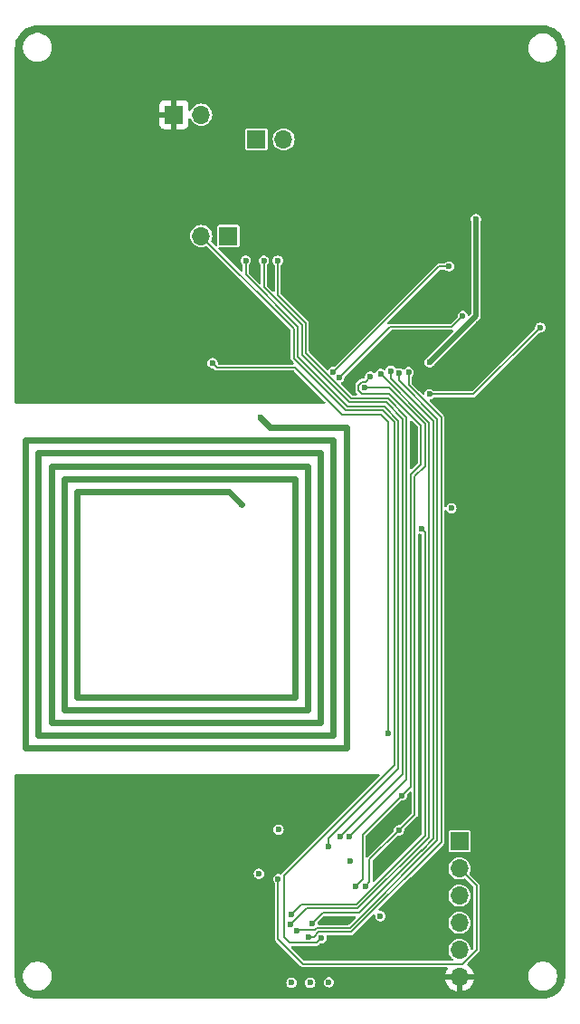
<source format=gbr>
%TF.GenerationSoftware,KiCad,Pcbnew,8.0.2*%
%TF.CreationDate,2025-02-23T20:01:42-05:00*%
%TF.ProjectId,Ecardz-Proto,45636172-647a-42d5-9072-6f746f2e6b69,rev?*%
%TF.SameCoordinates,Original*%
%TF.FileFunction,Copper,L4,Bot*%
%TF.FilePolarity,Positive*%
%FSLAX46Y46*%
G04 Gerber Fmt 4.6, Leading zero omitted, Abs format (unit mm)*
G04 Created by KiCad (PCBNEW 8.0.2) date 2025-02-23 20:01:42*
%MOMM*%
%LPD*%
G01*
G04 APERTURE LIST*
%TA.AperFunction,ComponentPad*%
%ADD10R,1.700000X1.700000*%
%TD*%
%TA.AperFunction,ComponentPad*%
%ADD11O,1.700000X1.700000*%
%TD*%
%TA.AperFunction,ViaPad*%
%ADD12C,0.600000*%
%TD*%
%TA.AperFunction,Conductor*%
%ADD13C,0.200000*%
%TD*%
%TA.AperFunction,Conductor*%
%ADD14C,0.600000*%
%TD*%
%TA.AperFunction,Conductor*%
%ADD15C,0.500000*%
%TD*%
G04 APERTURE END LIST*
D10*
%TO.P,J5,1,Pin_1*%
%TO.N,/NFC/VDD_NFC*%
X447975000Y-1100000D03*
D11*
%TO.P,J5,2,Pin_2*%
%TO.N,/NFC/NFC_POWER*%
X445435000Y-1100000D03*
%TD*%
D10*
%TO.P,J1,1,Pin_1*%
%TO.N,GND*%
X442890000Y10250000D03*
D11*
%TO.P,J1,2,Pin_2*%
%TO.N,VDD*%
X445430000Y10250000D03*
%TD*%
D10*
%TO.P,J4,1,Pin_1*%
%TO.N,VDD_HARVEST*%
X450610000Y7940000D03*
D11*
%TO.P,J4,2,Pin_2*%
%TO.N,VDD*%
X453150000Y7940000D03*
%TD*%
D10*
%TO.P,J3,1,Pin_1*%
%TO.N,VDD*%
X469600000Y-57710000D03*
D11*
%TO.P,J3,2,Pin_2*%
%TO.N,/STM/NRST*%
X469600000Y-60250000D03*
%TO.P,J3,3,Pin_3*%
%TO.N,/STM/SWCLK*%
X469600000Y-62790000D03*
%TO.P,J3,4,Pin_4*%
%TO.N,/STM/SWDIO*%
X469600000Y-65330000D03*
%TO.P,J3,5,Pin_5*%
%TO.N,/STM/SWO*%
X469600000Y-67870000D03*
%TO.P,J3,6,Pin_6*%
%TO.N,GND*%
X469600000Y-70410000D03*
%TD*%
D12*
%TO.N,GND*%
X455800000Y16400000D03*
X454300000Y-52500000D03*
X473250000Y-22200000D03*
X463600000Y-6900000D03*
X451378478Y-71631522D03*
X439200000Y-16090000D03*
X459140000Y-70920000D03*
X447940000Y-70420000D03*
X468640000Y-2135000D03*
X461778478Y-57531522D03*
X431700000Y-16090000D03*
X465300000Y-19000000D03*
X459000000Y-65000000D03*
X463155761Y-59555761D03*
X444100000Y5500000D03*
X437100000Y3510000D03*
X433600000Y8910000D03*
X443000000Y-16090000D03*
X447737500Y-14039461D03*
X429400000Y-790000D03*
X437100000Y8910000D03*
X461728478Y-65681522D03*
X460000000Y-7200000D03*
X469930000Y-855000D03*
X454500000Y-56900000D03*
X466760000Y-6645000D03*
X452800000Y-54000000D03*
X429300000Y10510000D03*
X453100000Y-11700000D03*
X449528478Y-60681522D03*
X433600000Y3410000D03*
X428300000Y-16090000D03*
X444100000Y7800000D03*
X446500000Y-16190000D03*
X429300000Y-8190000D03*
X429300000Y6710000D03*
X449000000Y-63300000D03*
X439000000Y-1990000D03*
X465420000Y-21200000D03*
X440800000Y17010000D03*
X441700000Y7700000D03*
X435400000Y310000D03*
X469300000Y-23800000D03*
X448000000Y-62000000D03*
X477200000Y-11400000D03*
X465100000Y-8900000D03*
X437100000Y17010000D03*
X451987500Y-8539461D03*
X475630000Y-15090000D03*
X468100000Y-4800000D03*
X471000000Y-23700000D03*
X458600000Y-8700000D03*
X470580000Y-11895000D03*
X454100000Y14000000D03*
X445100000Y-7200000D03*
X440500000Y8910000D03*
X439000000Y1810000D03*
X440500000Y3510000D03*
X429300000Y-4590000D03*
X429400000Y3010000D03*
X478191522Y-13378478D03*
X468050000Y-9025000D03*
X449378478Y-71631522D03*
X448000000Y17010000D03*
X448237500Y-6789461D03*
X471911522Y-2093499D03*
X452300000Y-70400000D03*
X455690000Y-54170000D03*
X444600000Y16910000D03*
X466650000Y-7825000D03*
X442200000Y210000D03*
X463278478Y-55981522D03*
X452900000Y16200000D03*
X441700000Y5500000D03*
X471400000Y-9350000D03*
X435400000Y-16090000D03*
X454200000Y17800000D03*
X433600000Y17010000D03*
X465978823Y-15321177D03*
X454000000Y12200000D03*
X452028478Y-60731522D03*
X429300000Y-11790000D03*
%TO.N,/EINK/RESE*%
X469904022Y-8595000D03*
X458352967Y-14350124D03*
%TO.N,VDD*%
X468850000Y-26562500D03*
X455628478Y-70931522D03*
X459390000Y-59520000D03*
X450828478Y-60731522D03*
X453878478Y-70931522D03*
X457378478Y-70881522D03*
X452677500Y-56620000D03*
X462200000Y-64700000D03*
%TO.N,/EINK/VGH*%
X466800000Y-15900000D03*
X477154022Y-9665978D03*
%TO.N,/STM/NFC_BUSY*%
X449600000Y-3400000D03*
X457354603Y-58154603D03*
%TO.N,/EINK/CS#*%
X455848478Y-65380023D03*
X463186713Y-13704021D03*
%TO.N,/EINK/BUSY*%
X460721522Y-15300000D03*
X463940000Y-56670000D03*
X460800000Y-61911522D03*
%TO.N,/EINK/RES#*%
X459900000Y-61911522D03*
X464200000Y-53420000D03*
X461246955Y-14253120D03*
%TO.N,/EINK/D{slash}C#*%
X453800000Y-65500000D03*
X462224855Y-13999659D03*
%TO.N,/EINK/GDR*%
X457801421Y-13798579D03*
X468629022Y-3940978D03*
%TO.N,/EINK/SDA*%
X455453478Y-66620000D03*
X464842624Y-13842624D03*
%TO.N,/STM/NRST*%
X452628478Y-61231522D03*
%TO.N,/STM/I2C_NFC_SCL*%
X451306250Y-3406250D03*
X458400000Y-57300000D03*
%TO.N,/STM/I2C_NFC_SDA*%
X459300000Y-57300000D03*
X452600000Y-3400000D03*
%TO.N,/NFC/V_E_HARVEST*%
X446500000Y-12990000D03*
X462940000Y-47600000D03*
%TO.N,/EINK/VCL*%
X471141522Y471522D03*
X466808812Y-12908812D03*
%TO.N,/EINK/EINK_POWER_CTRL_N*%
X466100000Y-28500000D03*
X453870000Y-64519022D03*
%TO.N,/EINK/SCL*%
X463932502Y-13932502D03*
X454362830Y-66080000D03*
%TO.N,/NFC/NFC_POWER*%
X456669293Y-66773460D03*
%TO.N,/NFC/antenna*%
X449200000Y-26200000D03*
X450979022Y-18100000D03*
%TD*%
D13*
%TO.N,/EINK/RESE*%
X458352967Y-14350124D02*
X463098091Y-9605000D01*
X468894022Y-9605000D02*
X469904022Y-8595000D01*
X463098091Y-9605000D02*
X468894022Y-9605000D01*
X469904022Y-8595000D02*
X469895000Y-8595000D01*
%TO.N,/EINK/VGH*%
X470920000Y-15900000D02*
X466800000Y-15900000D01*
X477154022Y-9665978D02*
X470920000Y-15900000D01*
%TO.N,/EINK/CS#*%
X456828501Y-64400000D02*
X460206570Y-64400000D01*
X455848478Y-65380023D02*
X456828501Y-64400000D01*
X460206570Y-64400000D02*
X466160000Y-58446570D01*
%TO.N,/EINK/BUSY*%
X461190000Y-61521522D02*
X461190000Y-59420000D01*
X460800000Y-61911522D02*
X461190000Y-61521522D01*
X461190000Y-59420000D02*
X463940000Y-56670000D01*
%TO.N,/EINK/RES#*%
X464200000Y-53420000D02*
X460528478Y-57091522D01*
X460528478Y-61283044D02*
X459900000Y-61911522D01*
X460528478Y-57091522D02*
X460528478Y-61283044D01*
%TO.N,/EINK/GDR*%
X457801421Y-13798579D02*
X467659022Y-3940978D01*
X467659022Y-3940978D02*
X468629022Y-3940978D01*
%TO.N,/STM/NRST*%
X471200000Y-67868062D02*
X469898062Y-69170000D01*
X454970000Y-69170000D02*
X452628478Y-66828478D01*
X471200000Y-61850000D02*
X471200000Y-67868062D01*
X452628478Y-66828478D02*
X452628478Y-61231522D01*
X469600000Y-60250000D02*
X471200000Y-61850000D01*
X469898062Y-69170000D02*
X454970000Y-69170000D01*
%TO.N,/STM/I2C_NFC_SCL*%
X458400000Y-57300000D02*
X458400000Y-57262598D01*
X462735588Y-16660000D02*
X459305196Y-16660000D01*
X464280000Y-51382598D02*
X464280000Y-18204412D01*
X464280000Y-18204412D02*
X462735588Y-16660000D01*
X458400000Y-57262598D02*
X464280000Y-51382598D01*
D14*
%TO.N,/NFC/antenna*%
X457800000Y-20200000D02*
X457800000Y-47800000D01*
X450979022Y-18100000D02*
X451879022Y-19000000D01*
X432600000Y-23800000D02*
X454200000Y-23800000D01*
X456600000Y-21400000D02*
X456600000Y-46600000D01*
X431400000Y-22600000D02*
X455400000Y-22600000D01*
X459000000Y-49000000D02*
X429000000Y-49000000D01*
X448000000Y-25000000D02*
X449200000Y-26200000D01*
X459000000Y-19000000D02*
X459000000Y-49000000D01*
X433800000Y-25000000D02*
X448000000Y-25000000D01*
X454200000Y-23800000D02*
X454200000Y-44200000D01*
X432600000Y-45400000D02*
X432600000Y-23800000D01*
X433800000Y-44200000D02*
X433800000Y-25000000D01*
X457800000Y-47800000D02*
X430200000Y-47800000D01*
X451879022Y-19000000D02*
X459000000Y-19000000D01*
X430200000Y-47800000D02*
X430200000Y-21400000D01*
X431400000Y-46600000D02*
X431400000Y-22600000D01*
X454200000Y-44200000D02*
X433800000Y-44200000D01*
X455400000Y-45400000D02*
X432600000Y-45400000D01*
X429000000Y-49000000D02*
X429000000Y-20200000D01*
X429000000Y-20200000D02*
X457800000Y-20200000D01*
X456600000Y-46600000D02*
X431400000Y-46600000D01*
X455400000Y-22600000D02*
X455400000Y-45400000D01*
X430200000Y-21400000D02*
X456600000Y-21400000D01*
D13*
%TO.N,/EINK/EINK_POWER_CTRL_N*%
X466380000Y-28780000D02*
X466100000Y-28500000D01*
X459931766Y-63600000D02*
X466380000Y-57151766D01*
X454789022Y-63600000D02*
X459931766Y-63600000D01*
X466380000Y-57151766D02*
X466380000Y-28780000D01*
X453870000Y-64519022D02*
X454789022Y-63600000D01*
X465987500Y-28500000D02*
X465930000Y-28442500D01*
X466100000Y-28500000D02*
X465987500Y-28500000D01*
D15*
%TO.N,/EINK/VCL*%
X466808812Y-12908812D02*
X471141522Y-8576102D01*
X471141522Y-8576102D02*
X471141522Y471522D01*
D13*
%TO.N,/NFC/V_E_HARVEST*%
X446910000Y-13400000D02*
X446500000Y-12990000D01*
X454220244Y-13400000D02*
X446910000Y-13400000D01*
%TO.N,/NFC/NFC_POWER*%
X454100000Y-9765000D02*
X445435000Y-1100000D01*
X454100000Y-12529608D02*
X454100000Y-9765000D01*
%TO.N,/STM/NFC_BUSY*%
X449600000Y-4727598D02*
X449600000Y-3400000D01*
X454480000Y-9607598D02*
X449600000Y-4727598D01*
X454480000Y-12372206D02*
X454480000Y-9607598D01*
%TO.N,/STM/I2C_NFC_SCL*%
X451306250Y-5896446D02*
X451306250Y-3406250D01*
X454860000Y-9450196D02*
X451306250Y-5896446D01*
X454860000Y-12214804D02*
X454860000Y-9450196D01*
%TO.N,/STM/I2C_NFC_SDA*%
X455240000Y-12057402D02*
X455240000Y-9292794D01*
X455240000Y-9292794D02*
X452600000Y-6652794D01*
X452600000Y-6652794D02*
X452600000Y-3400000D01*
%TO.N,/NFC/V_E_HARVEST*%
X462940000Y-18476618D02*
X462263382Y-17800000D01*
X462263382Y-17800000D02*
X458620244Y-17800000D01*
X462940000Y-47600000D02*
X462940000Y-18476618D01*
%TO.N,/NFC/NFC_POWER*%
X456669293Y-66773460D02*
X456655860Y-66773460D01*
X456229320Y-67200000D02*
X453708478Y-67200000D01*
X453708478Y-67200000D02*
X453208478Y-66700000D01*
X453208478Y-60891522D02*
X463520000Y-50580000D01*
X453208478Y-66700000D02*
X453208478Y-60891522D01*
X463520000Y-50580000D02*
X463520000Y-18519216D01*
X463520000Y-18519216D02*
X462420784Y-17420000D01*
X462420784Y-17420000D02*
X458990392Y-17420000D01*
X456655860Y-66773460D02*
X456229320Y-67200000D01*
%TO.N,/STM/NFC_BUSY*%
X457354603Y-57445397D02*
X463900000Y-50900000D01*
X463900000Y-50900000D02*
X463900000Y-18361814D01*
X457354603Y-58154603D02*
X457354603Y-57445397D01*
X463900000Y-18361814D02*
X462578186Y-17040000D01*
X462578186Y-17040000D02*
X459147794Y-17040000D01*
%TO.N,/STM/I2C_NFC_SDA*%
X459300000Y-57300000D02*
X464660000Y-51940000D01*
X462892990Y-16280000D02*
X459462598Y-16280000D01*
X464660000Y-18047010D02*
X462892990Y-16280000D01*
X464660000Y-51940000D02*
X464660000Y-18047010D01*
%TO.N,/EINK/RES#*%
X464200000Y-53420000D02*
X465040000Y-52580000D01*
X465040000Y-52580000D02*
X465040000Y-23402354D01*
X465040000Y-23402354D02*
X466000000Y-22442354D01*
X463050392Y-15900000D02*
X460501278Y-15900000D01*
X460501278Y-15900000D02*
X460141522Y-15540244D01*
X466000000Y-22442354D02*
X466000000Y-18849608D01*
X460141522Y-15540244D02*
X460141522Y-15059756D01*
X466000000Y-18849608D02*
X463050392Y-15900000D01*
X460481278Y-14720000D02*
X460780075Y-14720000D01*
X460141522Y-15059756D02*
X460481278Y-14720000D01*
X460780075Y-14720000D02*
X461246955Y-14253120D01*
%TO.N,/EINK/BUSY*%
X465420000Y-55190000D02*
X463940000Y-56670000D01*
X462987794Y-15300000D02*
X466380000Y-18692206D01*
X460721522Y-15300000D02*
X462987794Y-15300000D01*
X465420000Y-23559756D02*
X465420000Y-55190000D01*
X466380000Y-18692206D02*
X466380000Y-22599756D01*
X466380000Y-22599756D02*
X465420000Y-23559756D01*
%TO.N,/EINK/D{slash}C#*%
X460089168Y-63980000D02*
X455320000Y-63980000D01*
X466760000Y-57309168D02*
X460089168Y-63980000D01*
X455320000Y-63980000D02*
X453800000Y-65500000D01*
X466760000Y-18534804D02*
X466760000Y-57309168D01*
X462224855Y-13999659D02*
X466760000Y-18534804D01*
%TO.N,/EINK/CS#*%
X467140000Y-57466570D02*
X466028285Y-58578285D01*
X467140000Y-18377402D02*
X467140000Y-57466570D01*
X463186713Y-14424115D02*
X467140000Y-18377402D01*
X463186713Y-13704021D02*
X463186713Y-14424115D01*
%TO.N,/EINK/SCL*%
X456088722Y-65960023D02*
X454482807Y-65960023D01*
X454482807Y-65960023D02*
X454362830Y-66080000D01*
X467520000Y-57623972D02*
X459343972Y-65800000D01*
X459343972Y-65800000D02*
X456248745Y-65800000D01*
X467520000Y-18220000D02*
X467520000Y-57623972D01*
X456248745Y-65800000D02*
X456088722Y-65960023D01*
X463932502Y-14632502D02*
X467520000Y-18220000D01*
X463932502Y-13932502D02*
X463932502Y-14632502D01*
%TO.N,/EINK/SDA*%
X464842624Y-13842624D02*
X464842624Y-15005222D01*
X464842624Y-15005222D02*
X467900000Y-18062598D01*
X467900000Y-18062598D02*
X467900000Y-57781374D01*
X459487914Y-66193460D02*
X456429049Y-66193460D01*
X467900000Y-57781374D02*
X459487914Y-66193460D01*
X456429049Y-66193460D02*
X456002509Y-66620000D01*
X456002509Y-66620000D02*
X455453478Y-66620000D01*
%TO.N,/NFC/V_E_HARVEST*%
X458620244Y-17800000D02*
X454220244Y-13400000D01*
%TO.N,/NFC/NFC_POWER*%
X458990392Y-17420000D02*
X454100000Y-12529608D01*
%TO.N,/STM/NFC_BUSY*%
X459147794Y-17040000D02*
X454480000Y-12372206D01*
%TO.N,/STM/I2C_NFC_SCL*%
X459305196Y-16660000D02*
X454860000Y-12214804D01*
%TO.N,/STM/I2C_NFC_SDA*%
X459462598Y-16280000D02*
X455240000Y-12057402D01*
%TD*%
%TA.AperFunction,Conductor*%
%TO.N,GND*%
G36*
X477325887Y18589497D02*
G01*
X477334126Y18589497D01*
X477334127Y18589497D01*
X477347973Y18589497D01*
X477395956Y18589499D01*
X477404065Y18589234D01*
X477665952Y18572079D01*
X477682033Y18569962D01*
X477714760Y18563453D01*
X477935441Y18519564D01*
X477951109Y18515366D01*
X478195771Y18432320D01*
X478210757Y18426113D01*
X478442485Y18311842D01*
X478456533Y18303732D01*
X478671366Y18160188D01*
X478684235Y18150313D01*
X478878489Y17979958D01*
X478889958Y17968489D01*
X479060313Y17774235D01*
X479070188Y17761366D01*
X479213732Y17546533D01*
X479221842Y17532485D01*
X479336113Y17300757D01*
X479342320Y17285771D01*
X479425366Y17041109D01*
X479429564Y17025441D01*
X479479962Y16772035D01*
X479482079Y16755952D01*
X479499234Y16494065D01*
X479499499Y16485956D01*
X479499497Y16416552D01*
X479499500Y16416502D01*
X479499500Y-70305923D01*
X479499234Y-70314037D01*
X479482061Y-70575905D01*
X479479944Y-70591986D01*
X479429528Y-70845403D01*
X479425329Y-70861069D01*
X479342275Y-71105720D01*
X479336068Y-71120705D01*
X479221789Y-71352430D01*
X479213680Y-71366476D01*
X479070128Y-71581312D01*
X479060254Y-71594179D01*
X478889899Y-71788430D01*
X478878430Y-71799899D01*
X478684179Y-71970254D01*
X478671312Y-71980128D01*
X478456476Y-72123680D01*
X478442430Y-72131789D01*
X478210705Y-72246068D01*
X478195720Y-72252275D01*
X477951069Y-72335329D01*
X477935403Y-72339528D01*
X477681986Y-72389944D01*
X477665905Y-72392061D01*
X477404037Y-72409234D01*
X477395923Y-72409500D01*
X430104103Y-72409500D01*
X430095984Y-72409234D01*
X429834107Y-72392050D01*
X429818031Y-72389933D01*
X429756197Y-72377630D01*
X429564628Y-72339513D01*
X429548962Y-72335315D01*
X429338495Y-72263861D01*
X429304295Y-72252249D01*
X429289315Y-72246043D01*
X429057591Y-72131760D01*
X429043545Y-72123651D01*
X428828716Y-71980101D01*
X428815849Y-71970227D01*
X428621597Y-71799869D01*
X428610130Y-71788402D01*
X428468797Y-71627246D01*
X428439770Y-71594148D01*
X428429898Y-71581283D01*
X428323888Y-71422635D01*
X428286347Y-71366453D01*
X428278239Y-71352408D01*
X428163956Y-71120684D01*
X428157752Y-71105712D01*
X428074683Y-70861035D01*
X428070486Y-70845371D01*
X428060603Y-70795701D01*
X428020064Y-70591955D01*
X428017949Y-70575904D01*
X428002745Y-70344174D01*
X428000766Y-70314014D01*
X428000500Y-70305896D01*
X428000500Y-70203713D01*
X428749500Y-70203713D01*
X428749500Y-70416287D01*
X428753248Y-70439949D01*
X428781618Y-70619074D01*
X428782754Y-70626243D01*
X428837507Y-70794756D01*
X428848444Y-70828414D01*
X428944951Y-71017820D01*
X429069890Y-71189786D01*
X429220213Y-71340109D01*
X429392179Y-71465048D01*
X429392181Y-71465049D01*
X429392184Y-71465051D01*
X429581588Y-71561557D01*
X429783757Y-71627246D01*
X429993713Y-71660500D01*
X429993714Y-71660500D01*
X430206286Y-71660500D01*
X430206287Y-71660500D01*
X430416243Y-71627246D01*
X430618412Y-71561557D01*
X430807816Y-71465051D01*
X430880806Y-71412021D01*
X430979786Y-71340109D01*
X430979788Y-71340106D01*
X430979792Y-71340104D01*
X431130104Y-71189792D01*
X431130106Y-71189788D01*
X431130109Y-71189786D01*
X431255048Y-71017820D01*
X431255047Y-71017820D01*
X431255051Y-71017816D01*
X431299020Y-70931522D01*
X453393037Y-70931522D01*
X453412700Y-71068287D01*
X453470098Y-71193969D01*
X453470099Y-71193971D01*
X453560582Y-71298394D01*
X453560584Y-71298395D01*
X453560586Y-71298397D01*
X453676816Y-71373094D01*
X453676821Y-71373096D01*
X453809390Y-71412021D01*
X453809392Y-71412022D01*
X453809393Y-71412022D01*
X453947564Y-71412022D01*
X453947564Y-71412021D01*
X454080137Y-71373095D01*
X454090437Y-71366476D01*
X454157937Y-71323096D01*
X454196374Y-71298394D01*
X454286857Y-71193971D01*
X454344255Y-71068287D01*
X454363919Y-70931522D01*
X455143037Y-70931522D01*
X455162700Y-71068287D01*
X455220098Y-71193969D01*
X455220099Y-71193971D01*
X455310582Y-71298394D01*
X455310584Y-71298395D01*
X455310586Y-71298397D01*
X455426816Y-71373094D01*
X455426821Y-71373096D01*
X455559390Y-71412021D01*
X455559392Y-71412022D01*
X455559393Y-71412022D01*
X455697564Y-71412022D01*
X455697564Y-71412021D01*
X455830137Y-71373095D01*
X455840437Y-71366476D01*
X455907937Y-71323096D01*
X455946374Y-71298394D01*
X456036857Y-71193971D01*
X456094255Y-71068287D01*
X456113919Y-70931522D01*
X456106730Y-70881522D01*
X456893037Y-70881522D01*
X456912700Y-71018287D01*
X456959464Y-71120684D01*
X456970099Y-71143971D01*
X457060582Y-71248394D01*
X457060584Y-71248395D01*
X457060586Y-71248397D01*
X457176816Y-71323094D01*
X457176821Y-71323096D01*
X457276725Y-71352430D01*
X457301563Y-71359723D01*
X457309390Y-71362021D01*
X457309392Y-71362022D01*
X457309393Y-71362022D01*
X457447564Y-71362022D01*
X457447564Y-71362021D01*
X457580137Y-71323095D01*
X457618573Y-71298394D01*
X457696369Y-71248397D01*
X457696368Y-71248397D01*
X457696374Y-71248394D01*
X457786857Y-71143971D01*
X457844255Y-71018287D01*
X457863919Y-70881522D01*
X457844255Y-70744757D01*
X457786857Y-70619073D01*
X457696374Y-70514650D01*
X457696371Y-70514648D01*
X457696369Y-70514646D01*
X457580139Y-70439949D01*
X457580134Y-70439947D01*
X457447565Y-70401022D01*
X457447563Y-70401022D01*
X457309393Y-70401022D01*
X457309390Y-70401022D01*
X457176821Y-70439947D01*
X457176816Y-70439949D01*
X457060586Y-70514646D01*
X457060584Y-70514648D01*
X456970099Y-70619073D01*
X456970098Y-70619074D01*
X456912700Y-70744756D01*
X456893037Y-70881522D01*
X456106730Y-70881522D01*
X456094255Y-70794757D01*
X456036857Y-70669073D01*
X455946374Y-70564650D01*
X455946371Y-70564648D01*
X455946369Y-70564646D01*
X455830139Y-70489949D01*
X455830134Y-70489947D01*
X455697565Y-70451022D01*
X455697563Y-70451022D01*
X455559393Y-70451022D01*
X455559390Y-70451022D01*
X455426821Y-70489947D01*
X455426816Y-70489949D01*
X455310586Y-70564646D01*
X455310584Y-70564648D01*
X455310582Y-70564649D01*
X455310582Y-70564650D01*
X455293816Y-70583999D01*
X455220099Y-70669073D01*
X455220098Y-70669074D01*
X455162700Y-70794756D01*
X455143037Y-70931522D01*
X454363919Y-70931522D01*
X454344255Y-70794757D01*
X454286857Y-70669073D01*
X454196374Y-70564650D01*
X454196371Y-70564648D01*
X454196369Y-70564646D01*
X454080139Y-70489949D01*
X454080134Y-70489947D01*
X453947565Y-70451022D01*
X453947563Y-70451022D01*
X453809393Y-70451022D01*
X453809390Y-70451022D01*
X453676821Y-70489947D01*
X453676816Y-70489949D01*
X453560586Y-70564646D01*
X453560584Y-70564648D01*
X453560582Y-70564649D01*
X453560582Y-70564650D01*
X453543816Y-70583999D01*
X453470099Y-70669073D01*
X453470098Y-70669074D01*
X453412700Y-70794756D01*
X453393037Y-70931522D01*
X431299020Y-70931522D01*
X431351557Y-70828412D01*
X431417246Y-70626243D01*
X431450500Y-70416287D01*
X431450500Y-70203713D01*
X431417246Y-69993757D01*
X431351557Y-69791588D01*
X431255051Y-69602184D01*
X431255049Y-69602181D01*
X431255048Y-69602179D01*
X431130108Y-69430212D01*
X430979786Y-69279890D01*
X430807820Y-69154951D01*
X430618414Y-69058444D01*
X430618413Y-69058443D01*
X430618412Y-69058443D01*
X430416243Y-68992754D01*
X430416241Y-68992753D01*
X430416240Y-68992753D01*
X430254957Y-68967208D01*
X430206287Y-68959500D01*
X429993713Y-68959500D01*
X429945042Y-68967208D01*
X429783760Y-68992753D01*
X429581585Y-69058444D01*
X429392179Y-69154951D01*
X429220213Y-69279890D01*
X429220209Y-69279894D01*
X429069896Y-69430208D01*
X429069892Y-69430212D01*
X428944951Y-69602179D01*
X428848444Y-69791585D01*
X428782753Y-69993760D01*
X428749500Y-70203713D01*
X428000500Y-70203713D01*
X428000500Y-60731522D01*
X450343037Y-60731522D01*
X450362700Y-60868287D01*
X450408728Y-60969073D01*
X450420099Y-60993971D01*
X450510582Y-61098394D01*
X450510584Y-61098395D01*
X450510586Y-61098397D01*
X450626816Y-61173094D01*
X450626821Y-61173096D01*
X450729266Y-61203176D01*
X450741138Y-61206662D01*
X450759390Y-61212021D01*
X450759392Y-61212022D01*
X450759393Y-61212022D01*
X450897564Y-61212022D01*
X450897564Y-61212021D01*
X451030137Y-61173095D01*
X451066639Y-61149637D01*
X451126793Y-61110978D01*
X451146374Y-61098394D01*
X451236857Y-60993971D01*
X451294255Y-60868287D01*
X451313919Y-60731522D01*
X451294255Y-60594757D01*
X451236857Y-60469073D01*
X451146374Y-60364650D01*
X451146371Y-60364648D01*
X451146369Y-60364646D01*
X451030139Y-60289949D01*
X451030134Y-60289947D01*
X450897565Y-60251022D01*
X450897563Y-60251022D01*
X450759393Y-60251022D01*
X450759390Y-60251022D01*
X450626821Y-60289947D01*
X450626816Y-60289949D01*
X450510586Y-60364646D01*
X450510584Y-60364648D01*
X450420099Y-60469073D01*
X450420098Y-60469074D01*
X450362700Y-60594756D01*
X450343037Y-60731522D01*
X428000500Y-60731522D01*
X428000500Y-56620000D01*
X452192059Y-56620000D01*
X452211722Y-56756765D01*
X452250751Y-56842225D01*
X452269121Y-56882449D01*
X452359604Y-56986872D01*
X452359606Y-56986873D01*
X452359608Y-56986875D01*
X452475838Y-57061572D01*
X452475843Y-57061574D01*
X452608412Y-57100499D01*
X452608414Y-57100500D01*
X452608415Y-57100500D01*
X452746586Y-57100500D01*
X452746586Y-57100499D01*
X452879159Y-57061573D01*
X452917595Y-57036872D01*
X452995391Y-56986875D01*
X452995390Y-56986875D01*
X452995396Y-56986872D01*
X453085879Y-56882449D01*
X453143277Y-56756765D01*
X453162941Y-56620000D01*
X453143277Y-56483235D01*
X453085879Y-56357551D01*
X452995396Y-56253128D01*
X452995393Y-56253126D01*
X452995391Y-56253124D01*
X452879161Y-56178427D01*
X452879156Y-56178425D01*
X452746587Y-56139500D01*
X452746585Y-56139500D01*
X452608415Y-56139500D01*
X452608412Y-56139500D01*
X452475843Y-56178425D01*
X452475838Y-56178427D01*
X452359608Y-56253124D01*
X452359606Y-56253126D01*
X452269121Y-56357551D01*
X452269120Y-56357552D01*
X452211722Y-56483234D01*
X452192059Y-56620000D01*
X428000500Y-56620000D01*
X428000500Y-51524000D01*
X428020185Y-51456961D01*
X428072989Y-51411206D01*
X428124500Y-51400000D01*
X462003951Y-51400000D01*
X462070990Y-51419685D01*
X462116745Y-51472489D01*
X462126689Y-51541647D01*
X462097664Y-51605203D01*
X462091632Y-51611681D01*
X452984023Y-60719289D01*
X452984021Y-60719292D01*
X452975592Y-60733892D01*
X452925024Y-60782107D01*
X452856417Y-60795329D01*
X452833271Y-60790868D01*
X452697565Y-60751022D01*
X452697563Y-60751022D01*
X452559393Y-60751022D01*
X452559390Y-60751022D01*
X452426821Y-60789947D01*
X452426816Y-60789949D01*
X452310586Y-60864646D01*
X452310584Y-60864648D01*
X452220099Y-60969073D01*
X452220098Y-60969074D01*
X452162700Y-61094756D01*
X452143037Y-61231522D01*
X452162700Y-61368287D01*
X452220098Y-61493969D01*
X452220099Y-61493971D01*
X452316390Y-61605097D01*
X452313886Y-61607266D01*
X452342950Y-61652475D01*
X452347978Y-61687427D01*
X452347978Y-66865408D01*
X452359986Y-66910223D01*
X452367092Y-66936743D01*
X452367094Y-66936747D01*
X452404021Y-67000707D01*
X452404023Y-67000710D01*
X452463312Y-67059999D01*
X452463317Y-67060003D01*
X454745543Y-69342230D01*
X454745544Y-69342231D01*
X454797769Y-69394456D01*
X454859694Y-69430208D01*
X454861731Y-69431384D01*
X454933071Y-69450500D01*
X454933072Y-69450500D01*
X454933073Y-69450500D01*
X468385602Y-69450500D01*
X468452641Y-69470185D01*
X468498396Y-69522989D01*
X468508340Y-69592147D01*
X468487177Y-69645623D01*
X468426400Y-69732420D01*
X468426399Y-69732422D01*
X468326570Y-69946507D01*
X468326567Y-69946513D01*
X468269364Y-70159999D01*
X468269364Y-70160000D01*
X469166988Y-70160000D01*
X469134075Y-70217007D01*
X469100000Y-70344174D01*
X469100000Y-70475826D01*
X469134075Y-70602993D01*
X469166988Y-70660000D01*
X468269364Y-70660000D01*
X468326567Y-70873486D01*
X468326570Y-70873492D01*
X468426399Y-71087578D01*
X468561894Y-71281082D01*
X468728917Y-71448105D01*
X468922421Y-71583600D01*
X469136507Y-71683429D01*
X469136516Y-71683433D01*
X469350000Y-71740634D01*
X469350000Y-70843012D01*
X469407007Y-70875925D01*
X469534174Y-70910000D01*
X469665826Y-70910000D01*
X469792993Y-70875925D01*
X469850000Y-70843012D01*
X469850000Y-71740633D01*
X470063483Y-71683433D01*
X470063492Y-71683429D01*
X470277578Y-71583600D01*
X470471082Y-71448105D01*
X470638105Y-71281082D01*
X470773600Y-71087578D01*
X470873429Y-70873492D01*
X470873432Y-70873486D01*
X470930636Y-70660000D01*
X470033012Y-70660000D01*
X470065925Y-70602993D01*
X470100000Y-70475826D01*
X470100000Y-70344174D01*
X470065925Y-70217007D01*
X470058250Y-70203713D01*
X476049500Y-70203713D01*
X476049500Y-70416287D01*
X476053248Y-70439949D01*
X476081618Y-70619074D01*
X476082754Y-70626243D01*
X476137507Y-70794756D01*
X476148444Y-70828414D01*
X476244951Y-71017820D01*
X476369890Y-71189786D01*
X476520213Y-71340109D01*
X476692179Y-71465048D01*
X476692181Y-71465049D01*
X476692184Y-71465051D01*
X476881588Y-71561557D01*
X477083757Y-71627246D01*
X477293713Y-71660500D01*
X477293714Y-71660500D01*
X477506286Y-71660500D01*
X477506287Y-71660500D01*
X477716243Y-71627246D01*
X477918412Y-71561557D01*
X478107816Y-71465051D01*
X478180806Y-71412021D01*
X478279786Y-71340109D01*
X478279788Y-71340106D01*
X478279792Y-71340104D01*
X478430104Y-71189792D01*
X478430106Y-71189788D01*
X478430109Y-71189786D01*
X478555048Y-71017820D01*
X478555047Y-71017820D01*
X478555051Y-71017816D01*
X478651557Y-70828412D01*
X478717246Y-70626243D01*
X478750500Y-70416287D01*
X478750500Y-70203713D01*
X478717246Y-69993757D01*
X478651557Y-69791588D01*
X478555051Y-69602184D01*
X478555049Y-69602181D01*
X478555048Y-69602179D01*
X478430108Y-69430212D01*
X478279786Y-69279890D01*
X478107820Y-69154951D01*
X477918414Y-69058444D01*
X477918413Y-69058443D01*
X477918412Y-69058443D01*
X477716243Y-68992754D01*
X477716241Y-68992753D01*
X477716240Y-68992753D01*
X477554957Y-68967208D01*
X477506287Y-68959500D01*
X477293713Y-68959500D01*
X477245042Y-68967208D01*
X477083760Y-68992753D01*
X476881585Y-69058444D01*
X476692179Y-69154951D01*
X476520213Y-69279890D01*
X476520209Y-69279894D01*
X476369896Y-69430208D01*
X476369892Y-69430212D01*
X476244951Y-69602179D01*
X476148444Y-69791585D01*
X476082753Y-69993760D01*
X476049500Y-70203713D01*
X470058250Y-70203713D01*
X470033012Y-70160000D01*
X470930636Y-70160000D01*
X470930635Y-70159999D01*
X470873432Y-69946513D01*
X470873429Y-69946507D01*
X470773600Y-69732422D01*
X470773599Y-69732420D01*
X470638113Y-69538926D01*
X470638108Y-69538920D01*
X470471082Y-69371894D01*
X470369673Y-69300886D01*
X470326048Y-69246308D01*
X470318856Y-69176810D01*
X470350378Y-69114455D01*
X470353073Y-69111673D01*
X471424455Y-68040294D01*
X471461384Y-67976331D01*
X471480500Y-67904991D01*
X471480500Y-67831134D01*
X471480500Y-61813072D01*
X471461384Y-61741731D01*
X471424456Y-61677769D01*
X471372231Y-61625544D01*
X471372230Y-61625543D01*
X470564665Y-60817979D01*
X470531181Y-60756657D01*
X470536165Y-60686966D01*
X470542991Y-60671842D01*
X470556662Y-60646267D01*
X470556664Y-60646263D01*
X470615589Y-60452013D01*
X470635486Y-60250000D01*
X470615589Y-60047987D01*
X470556664Y-59853737D01*
X470556662Y-59853734D01*
X470556662Y-59853732D01*
X470460978Y-59674720D01*
X470460974Y-59674713D01*
X470332199Y-59517800D01*
X470175286Y-59389025D01*
X470175279Y-59389021D01*
X469996267Y-59293337D01*
X469846048Y-59247769D01*
X469802013Y-59234411D01*
X469802011Y-59234410D01*
X469802013Y-59234410D01*
X469600000Y-59214514D01*
X469397988Y-59234410D01*
X469203732Y-59293337D01*
X469024720Y-59389021D01*
X469024713Y-59389025D01*
X468867800Y-59517800D01*
X468739025Y-59674713D01*
X468739021Y-59674720D01*
X468643337Y-59853732D01*
X468584410Y-60047988D01*
X468564514Y-60250000D01*
X468584410Y-60452011D01*
X468643337Y-60646267D01*
X468739021Y-60825279D01*
X468739025Y-60825286D01*
X468867800Y-60982199D01*
X469024713Y-61110974D01*
X469024720Y-61110978D01*
X469203732Y-61206662D01*
X469203734Y-61206662D01*
X469203737Y-61206664D01*
X469397987Y-61265589D01*
X469397986Y-61265589D01*
X469416099Y-61267372D01*
X469600000Y-61285486D01*
X469802013Y-61265589D01*
X469996263Y-61206664D01*
X470021843Y-61192990D01*
X470090245Y-61178747D01*
X470155489Y-61203745D01*
X470167980Y-61214666D01*
X470883181Y-61929867D01*
X470916666Y-61991190D01*
X470919500Y-62017548D01*
X470919500Y-67700512D01*
X470899815Y-67767551D01*
X470883180Y-67788194D01*
X470835744Y-67835629D01*
X470774421Y-67869113D01*
X470704729Y-67864128D01*
X470648796Y-67822256D01*
X470624661Y-67760101D01*
X470615589Y-67667987D01*
X470556664Y-67473737D01*
X470556662Y-67473734D01*
X470556662Y-67473732D01*
X470460978Y-67294720D01*
X470460974Y-67294713D01*
X470332199Y-67137800D01*
X470175286Y-67009025D01*
X470175279Y-67009021D01*
X469996267Y-66913337D01*
X469838262Y-66865407D01*
X469802013Y-66854411D01*
X469802011Y-66854410D01*
X469802013Y-66854410D01*
X469600000Y-66834514D01*
X469397988Y-66854410D01*
X469203732Y-66913337D01*
X469024720Y-67009021D01*
X469024713Y-67009025D01*
X468867800Y-67137800D01*
X468739025Y-67294713D01*
X468739021Y-67294720D01*
X468643337Y-67473732D01*
X468584410Y-67667988D01*
X468564514Y-67870000D01*
X468584410Y-68072011D01*
X468643337Y-68266267D01*
X468739021Y-68445279D01*
X468739025Y-68445286D01*
X468867800Y-68602199D01*
X468949986Y-68669647D01*
X468989320Y-68727392D01*
X468991191Y-68797237D01*
X468955004Y-68857005D01*
X468892248Y-68887721D01*
X468871321Y-68889500D01*
X455137549Y-68889500D01*
X455070510Y-68869815D01*
X455049868Y-68853181D01*
X454641966Y-68445279D01*
X453888866Y-67692180D01*
X453855382Y-67630858D01*
X453860366Y-67561166D01*
X453902238Y-67505233D01*
X453967702Y-67480816D01*
X453976548Y-67480500D01*
X456266247Y-67480500D01*
X456266249Y-67480500D01*
X456337589Y-67461384D01*
X456401551Y-67424456D01*
X456453776Y-67372231D01*
X456453776Y-67372229D01*
X456463977Y-67362029D01*
X456463980Y-67362024D01*
X456535728Y-67290276D01*
X456597050Y-67256794D01*
X456623407Y-67253960D01*
X456738379Y-67253960D01*
X456738379Y-67253959D01*
X456870952Y-67215033D01*
X456987189Y-67140332D01*
X457077672Y-67035909D01*
X457135070Y-66910225D01*
X457135069Y-66910225D01*
X457135071Y-66910223D01*
X457145266Y-66839313D01*
X457154734Y-66773460D01*
X457135070Y-66636695D01*
X457135070Y-66636694D01*
X457133954Y-66632893D01*
X457133954Y-66628932D01*
X457133808Y-66627916D01*
X457133954Y-66627894D01*
X457133956Y-66563023D01*
X457171731Y-66504246D01*
X457235287Y-66475222D01*
X457252932Y-66473960D01*
X459524841Y-66473960D01*
X459524843Y-66473960D01*
X459596183Y-66454844D01*
X459612517Y-66445413D01*
X459612524Y-66445411D01*
X459612523Y-66445410D01*
X459660145Y-66417916D01*
X459712370Y-66365691D01*
X459712370Y-66365689D01*
X459722574Y-66355486D01*
X459722578Y-66355481D01*
X460748058Y-65330000D01*
X468564514Y-65330000D01*
X468584410Y-65532011D01*
X468643337Y-65726267D01*
X468739021Y-65905279D01*
X468739025Y-65905286D01*
X468867800Y-66062199D01*
X469024713Y-66190974D01*
X469024720Y-66190978D01*
X469203732Y-66286662D01*
X469203734Y-66286662D01*
X469203737Y-66286664D01*
X469397987Y-66345589D01*
X469397986Y-66345589D01*
X469416099Y-66347372D01*
X469600000Y-66365486D01*
X469802013Y-66345589D01*
X469996263Y-66286664D01*
X470175285Y-66190975D01*
X470332199Y-66062199D01*
X470460975Y-65905285D01*
X470556664Y-65726263D01*
X470615589Y-65532013D01*
X470635486Y-65330000D01*
X470615589Y-65127987D01*
X470556664Y-64933737D01*
X470556662Y-64933734D01*
X470556662Y-64933732D01*
X470460978Y-64754720D01*
X470460974Y-64754713D01*
X470332199Y-64597800D01*
X470175286Y-64469025D01*
X470175279Y-64469021D01*
X469996267Y-64373337D01*
X469863708Y-64333126D01*
X469802013Y-64314411D01*
X469802011Y-64314410D01*
X469802013Y-64314410D01*
X469600000Y-64294514D01*
X469397988Y-64314410D01*
X469203732Y-64373337D01*
X469024720Y-64469021D01*
X469024713Y-64469025D01*
X468867800Y-64597800D01*
X468739025Y-64754713D01*
X468739021Y-64754720D01*
X468643337Y-64933732D01*
X468584410Y-65127988D01*
X468564514Y-65330000D01*
X460748058Y-65330000D01*
X461507626Y-64570432D01*
X461568947Y-64536949D01*
X461638639Y-64541933D01*
X461694572Y-64583805D01*
X461718989Y-64649269D01*
X461718043Y-64675758D01*
X461714559Y-64699994D01*
X461714559Y-64699999D01*
X461734222Y-64836765D01*
X461780660Y-64938448D01*
X461791621Y-64962449D01*
X461882104Y-65066872D01*
X461882106Y-65066873D01*
X461882108Y-65066875D01*
X461998338Y-65141572D01*
X461998343Y-65141574D01*
X462130912Y-65180499D01*
X462130914Y-65180500D01*
X462130915Y-65180500D01*
X462269086Y-65180500D01*
X462269086Y-65180499D01*
X462401659Y-65141573D01*
X462421675Y-65128710D01*
X462517891Y-65066875D01*
X462517890Y-65066875D01*
X462517896Y-65066872D01*
X462608379Y-64962449D01*
X462665777Y-64836765D01*
X462685441Y-64700000D01*
X462665777Y-64563235D01*
X462608379Y-64437551D01*
X462517896Y-64333128D01*
X462517893Y-64333126D01*
X462517891Y-64333124D01*
X462401661Y-64258427D01*
X462401656Y-64258425D01*
X462269087Y-64219500D01*
X462269085Y-64219500D01*
X462157921Y-64219500D01*
X462090882Y-64199815D01*
X462045127Y-64147011D01*
X462035183Y-64077853D01*
X462064208Y-64014297D01*
X462070240Y-64007819D01*
X463288059Y-62790000D01*
X468564514Y-62790000D01*
X468584410Y-62992011D01*
X468643337Y-63186267D01*
X468739021Y-63365279D01*
X468739025Y-63365286D01*
X468867800Y-63522199D01*
X469024713Y-63650974D01*
X469024720Y-63650978D01*
X469203732Y-63746662D01*
X469203734Y-63746662D01*
X469203737Y-63746664D01*
X469397987Y-63805589D01*
X469397986Y-63805589D01*
X469416099Y-63807372D01*
X469600000Y-63825486D01*
X469802013Y-63805589D01*
X469996263Y-63746664D01*
X470175285Y-63650975D01*
X470332199Y-63522199D01*
X470460975Y-63365285D01*
X470556664Y-63186263D01*
X470615589Y-62992013D01*
X470635486Y-62790000D01*
X470615589Y-62587987D01*
X470556664Y-62393737D01*
X470556662Y-62393734D01*
X470556662Y-62393732D01*
X470460978Y-62214720D01*
X470460974Y-62214713D01*
X470332199Y-62057800D01*
X470175286Y-61929025D01*
X470175279Y-61929021D01*
X469996267Y-61833337D01*
X469899138Y-61803873D01*
X469802013Y-61774411D01*
X469802011Y-61774410D01*
X469802013Y-61774410D01*
X469600000Y-61754514D01*
X469397988Y-61774410D01*
X469203732Y-61833337D01*
X469024720Y-61929021D01*
X469024713Y-61929025D01*
X468867800Y-62057800D01*
X468739025Y-62214713D01*
X468739021Y-62214720D01*
X468643337Y-62393732D01*
X468584410Y-62587988D01*
X468564514Y-62790000D01*
X463288059Y-62790000D01*
X465018989Y-61059070D01*
X468062021Y-58016038D01*
X468062026Y-58016034D01*
X468072229Y-58005830D01*
X468072231Y-58005830D01*
X468124456Y-57953605D01*
X468161384Y-57889643D01*
X468180500Y-57818302D01*
X468180500Y-56842218D01*
X468569500Y-56842218D01*
X468569500Y-58577774D01*
X468579973Y-58630428D01*
X468579974Y-58630431D01*
X468619867Y-58690134D01*
X468679569Y-58730025D01*
X468679572Y-58730027D01*
X468679575Y-58730027D01*
X468679576Y-58730028D01*
X468705897Y-58735263D01*
X468732223Y-58740500D01*
X470467776Y-58740499D01*
X470520428Y-58730027D01*
X470580133Y-58690133D01*
X470620027Y-58630428D01*
X470630500Y-58577777D01*
X470630499Y-56842224D01*
X470620027Y-56789572D01*
X470620025Y-56789569D01*
X470620025Y-56789568D01*
X470580132Y-56729865D01*
X470520430Y-56689974D01*
X470520423Y-56689971D01*
X470467780Y-56679500D01*
X468732225Y-56679500D01*
X468679571Y-56689973D01*
X468679568Y-56689974D01*
X468619865Y-56729867D01*
X468579974Y-56789569D01*
X468579971Y-56789576D01*
X468569500Y-56842218D01*
X468180500Y-56842218D01*
X468180500Y-26823192D01*
X468200185Y-26756153D01*
X468252989Y-26710398D01*
X468322147Y-26700454D01*
X468385703Y-26729479D01*
X468417293Y-26771678D01*
X468441621Y-26824949D01*
X468532104Y-26929372D01*
X468532106Y-26929373D01*
X468532108Y-26929375D01*
X468648338Y-27004072D01*
X468648343Y-27004074D01*
X468780912Y-27042999D01*
X468780914Y-27043000D01*
X468780915Y-27043000D01*
X468919086Y-27043000D01*
X468919086Y-27042999D01*
X469051659Y-27004073D01*
X469167896Y-26929372D01*
X469258379Y-26824949D01*
X469315777Y-26699265D01*
X469335441Y-26562500D01*
X469315777Y-26425735D01*
X469313353Y-26420428D01*
X469275146Y-26336765D01*
X469258379Y-26300051D01*
X469167896Y-26195628D01*
X469167893Y-26195626D01*
X469167891Y-26195624D01*
X469051661Y-26120927D01*
X469051656Y-26120925D01*
X468919087Y-26082000D01*
X468919085Y-26082000D01*
X468780915Y-26082000D01*
X468780912Y-26082000D01*
X468648343Y-26120925D01*
X468648338Y-26120927D01*
X468532108Y-26195624D01*
X468532106Y-26195626D01*
X468532104Y-26195627D01*
X468532104Y-26195628D01*
X468444511Y-26296716D01*
X468441621Y-26300051D01*
X468441620Y-26300052D01*
X468417294Y-26353319D01*
X468371539Y-26406123D01*
X468304500Y-26425807D01*
X468237460Y-26406122D01*
X468191705Y-26353318D01*
X468180500Y-26301807D01*
X468180500Y-18025672D01*
X468180500Y-18025670D01*
X468161384Y-17954329D01*
X468124456Y-17890367D01*
X468072231Y-17838142D01*
X468072230Y-17838141D01*
X466820133Y-16586044D01*
X466786648Y-16524721D01*
X466791632Y-16455029D01*
X466833504Y-16399096D01*
X466872880Y-16379386D01*
X467001656Y-16341574D01*
X467001657Y-16341573D01*
X467001659Y-16341573D01*
X467117896Y-16266872D01*
X467155655Y-16223296D01*
X467214433Y-16185523D01*
X467249367Y-16180500D01*
X470956927Y-16180500D01*
X470956929Y-16180500D01*
X471028269Y-16161384D01*
X471092231Y-16124456D01*
X471144456Y-16072231D01*
X471144456Y-16072229D01*
X471154660Y-16062026D01*
X471154663Y-16062021D01*
X477033889Y-10182797D01*
X477095212Y-10149312D01*
X477121570Y-10146478D01*
X477223108Y-10146478D01*
X477223108Y-10146477D01*
X477355681Y-10107551D01*
X477471918Y-10032850D01*
X477562401Y-9928427D01*
X477619799Y-9802743D01*
X477639463Y-9665978D01*
X477619799Y-9529213D01*
X477562401Y-9403529D01*
X477471918Y-9299106D01*
X477471915Y-9299104D01*
X477471913Y-9299102D01*
X477355683Y-9224405D01*
X477355678Y-9224403D01*
X477223109Y-9185478D01*
X477223107Y-9185478D01*
X477084937Y-9185478D01*
X477084934Y-9185478D01*
X476952365Y-9224403D01*
X476952360Y-9224405D01*
X476836130Y-9299102D01*
X476836128Y-9299104D01*
X476836126Y-9299105D01*
X476836126Y-9299106D01*
X476816578Y-9321666D01*
X476745643Y-9403529D01*
X476745642Y-9403530D01*
X476688244Y-9529212D01*
X476668581Y-9665978D01*
X476668581Y-9665979D01*
X476670904Y-9682138D01*
X476660960Y-9751296D01*
X476635847Y-9787464D01*
X470840133Y-15583181D01*
X470778810Y-15616666D01*
X470752452Y-15619500D01*
X467249367Y-15619500D01*
X467182328Y-15599815D01*
X467155655Y-15576704D01*
X467153696Y-15574443D01*
X467117896Y-15533128D01*
X467117893Y-15533126D01*
X467117891Y-15533124D01*
X467001661Y-15458427D01*
X467001656Y-15458425D01*
X466869087Y-15419500D01*
X466869085Y-15419500D01*
X466730915Y-15419500D01*
X466730912Y-15419500D01*
X466598343Y-15458425D01*
X466598338Y-15458427D01*
X466482108Y-15533124D01*
X466482106Y-15533126D01*
X466482104Y-15533127D01*
X466482104Y-15533128D01*
X466409718Y-15616666D01*
X466391621Y-15637551D01*
X466391620Y-15637552D01*
X466334222Y-15763234D01*
X466327127Y-15812586D01*
X466298102Y-15876142D01*
X466239324Y-15913916D01*
X466169454Y-15913916D01*
X466116708Y-15882620D01*
X465737403Y-15503315D01*
X465159443Y-14925354D01*
X465125958Y-14864031D01*
X465123124Y-14837673D01*
X465123124Y-14298529D01*
X465142809Y-14231490D01*
X465155482Y-14216866D01*
X465154712Y-14216199D01*
X465223837Y-14136424D01*
X465251003Y-14105073D01*
X465308401Y-13979389D01*
X465328065Y-13842624D01*
X465308401Y-13705859D01*
X465288089Y-13661383D01*
X465271225Y-13624456D01*
X465251003Y-13580175D01*
X465160520Y-13475752D01*
X465160517Y-13475750D01*
X465160515Y-13475748D01*
X465044285Y-13401051D01*
X465044280Y-13401049D01*
X464911711Y-13362124D01*
X464911709Y-13362124D01*
X464773539Y-13362124D01*
X464773536Y-13362124D01*
X464640967Y-13401049D01*
X464640962Y-13401051D01*
X464524732Y-13475748D01*
X464524729Y-13475751D01*
X464442334Y-13570838D01*
X464383555Y-13608612D01*
X464313686Y-13608611D01*
X464254910Y-13570837D01*
X464250398Y-13565630D01*
X464250394Y-13565627D01*
X464250393Y-13565626D01*
X464134163Y-13490929D01*
X464134158Y-13490927D01*
X464001589Y-13452002D01*
X464001587Y-13452002D01*
X463863417Y-13452002D01*
X463863413Y-13452002D01*
X463732390Y-13490473D01*
X463662520Y-13490473D01*
X463603742Y-13452698D01*
X463597456Y-13444301D01*
X463595092Y-13441573D01*
X463595092Y-13441572D01*
X463504609Y-13337149D01*
X463504606Y-13337147D01*
X463504604Y-13337145D01*
X463388374Y-13262448D01*
X463388369Y-13262446D01*
X463255800Y-13223521D01*
X463255798Y-13223521D01*
X463117628Y-13223521D01*
X463117625Y-13223521D01*
X462985056Y-13262446D01*
X462985051Y-13262448D01*
X462868821Y-13337145D01*
X462868819Y-13337147D01*
X462868817Y-13337148D01*
X462868817Y-13337149D01*
X462823618Y-13389312D01*
X462778334Y-13441572D01*
X462778333Y-13441573D01*
X462717251Y-13575324D01*
X462714085Y-13573878D01*
X462685288Y-13618619D01*
X462621711Y-13647598D01*
X462552560Y-13637606D01*
X462537112Y-13629163D01*
X462492407Y-13600433D01*
X462426514Y-13558086D01*
X462426513Y-13558085D01*
X462426512Y-13558085D01*
X462426511Y-13558084D01*
X462293942Y-13519159D01*
X462293940Y-13519159D01*
X462155770Y-13519159D01*
X462155767Y-13519159D01*
X462023198Y-13558084D01*
X462023193Y-13558086D01*
X461906963Y-13632783D01*
X461906961Y-13632785D01*
X461906959Y-13632786D01*
X461906959Y-13632787D01*
X461843643Y-13705858D01*
X461816476Y-13737210D01*
X461816475Y-13737211D01*
X461765179Y-13849533D01*
X461719424Y-13902337D01*
X461652384Y-13922021D01*
X461585345Y-13902336D01*
X461571182Y-13891734D01*
X461564846Y-13886244D01*
X461448616Y-13811547D01*
X461448611Y-13811545D01*
X461316042Y-13772620D01*
X461316040Y-13772620D01*
X461177870Y-13772620D01*
X461177867Y-13772620D01*
X461045298Y-13811545D01*
X461045293Y-13811547D01*
X460929063Y-13886244D01*
X460929061Y-13886246D01*
X460929059Y-13886247D01*
X460929059Y-13886248D01*
X460915119Y-13902336D01*
X460838576Y-13990671D01*
X460838575Y-13990672D01*
X460781177Y-14116354D01*
X460761514Y-14253120D01*
X460761514Y-14253122D01*
X460763837Y-14269282D01*
X460753892Y-14338440D01*
X460728782Y-14374606D01*
X460700209Y-14403180D01*
X460638886Y-14436666D01*
X460612526Y-14439500D01*
X460444350Y-14439500D01*
X460390844Y-14453837D01*
X460373008Y-14458616D01*
X460335695Y-14480159D01*
X460335694Y-14480158D01*
X460309050Y-14495541D01*
X460309045Y-14495545D01*
X459917067Y-14887523D01*
X459917063Y-14887528D01*
X459884198Y-14944454D01*
X459884198Y-14944455D01*
X459880138Y-14951485D01*
X459861999Y-15019184D01*
X459861914Y-15019500D01*
X459861022Y-15022828D01*
X459861022Y-15503315D01*
X459861022Y-15577173D01*
X459871605Y-15616666D01*
X459872364Y-15619499D01*
X459872364Y-15619506D01*
X459880136Y-15648508D01*
X459880138Y-15648513D01*
X459917065Y-15712473D01*
X459917067Y-15712476D01*
X459976356Y-15771765D01*
X459976362Y-15771770D01*
X459992411Y-15787819D01*
X460025896Y-15849142D01*
X460020912Y-15918834D01*
X459979040Y-15974767D01*
X459913576Y-15999184D01*
X459904730Y-15999500D01*
X459630147Y-15999500D01*
X459563108Y-15979815D01*
X459542466Y-15963181D01*
X458551635Y-14972350D01*
X458518150Y-14911027D01*
X458523134Y-14841335D01*
X458565006Y-14785402D01*
X458572269Y-14780358D01*
X458670863Y-14716996D01*
X458761346Y-14612573D01*
X458818744Y-14486889D01*
X458838408Y-14350124D01*
X458836083Y-14333956D01*
X458846025Y-14264807D01*
X458871136Y-14228640D01*
X463177959Y-9921819D01*
X463239282Y-9888334D01*
X463265640Y-9885500D01*
X468923942Y-9885500D01*
X468990981Y-9905185D01*
X469036736Y-9957989D01*
X469046680Y-10027147D01*
X469017655Y-10090703D01*
X469011623Y-10097181D01*
X466678251Y-12430553D01*
X466625510Y-12461848D01*
X466607154Y-12467238D01*
X466607147Y-12467241D01*
X466490920Y-12541936D01*
X466490918Y-12541938D01*
X466400433Y-12646363D01*
X466400432Y-12646364D01*
X466343034Y-12772046D01*
X466323371Y-12908812D01*
X466343034Y-13045577D01*
X466400432Y-13171259D01*
X466400433Y-13171261D01*
X466490916Y-13275684D01*
X466490918Y-13275685D01*
X466490920Y-13275687D01*
X466607150Y-13350384D01*
X466607155Y-13350386D01*
X466739724Y-13389311D01*
X466739726Y-13389312D01*
X466739727Y-13389312D01*
X466877898Y-13389312D01*
X466877898Y-13389311D01*
X467010471Y-13350385D01*
X467126708Y-13275684D01*
X467217191Y-13171261D01*
X467260022Y-13077472D01*
X467285130Y-13041310D01*
X471486007Y-8840436D01*
X471542684Y-8742269D01*
X471572022Y-8632779D01*
X471572022Y-8519425D01*
X471572022Y230537D01*
X471583228Y282049D01*
X471607299Y334756D01*
X471609770Y351948D01*
X471626963Y471522D01*
X471607299Y608287D01*
X471549901Y733971D01*
X471459418Y838394D01*
X471343181Y913095D01*
X471210608Y952021D01*
X471210608Y952022D01*
X471210607Y952022D01*
X471072437Y952022D01*
X471072436Y952022D01*
X471072434Y952021D01*
X470939865Y913096D01*
X470939860Y913094D01*
X470823630Y838397D01*
X470823628Y838395D01*
X470823626Y838394D01*
X470733143Y733971D01*
X470733143Y733970D01*
X470733142Y733969D01*
X470675744Y608287D01*
X470656081Y471522D01*
X470675744Y334756D01*
X470699816Y282049D01*
X470711022Y230537D01*
X470711022Y-8346420D01*
X470691337Y-8413459D01*
X470674703Y-8434101D01*
X470580258Y-8528546D01*
X470518935Y-8562031D01*
X470449243Y-8557047D01*
X470393310Y-8515175D01*
X470373146Y-8466494D01*
X470372298Y-8466744D01*
X470369981Y-8458855D01*
X470369839Y-8458511D01*
X470369799Y-8458234D01*
X470341100Y-8395393D01*
X470312401Y-8332551D01*
X470221918Y-8228128D01*
X470221915Y-8228126D01*
X470221913Y-8228124D01*
X470105683Y-8153427D01*
X470105678Y-8153425D01*
X469973109Y-8114500D01*
X469973107Y-8114500D01*
X469834937Y-8114500D01*
X469834934Y-8114500D01*
X469702365Y-8153425D01*
X469702360Y-8153427D01*
X469586130Y-8228124D01*
X469586128Y-8228126D01*
X469495643Y-8332551D01*
X469495642Y-8332552D01*
X469438244Y-8458234D01*
X469418581Y-8595000D01*
X469418581Y-8595001D01*
X469420904Y-8611160D01*
X469410960Y-8680318D01*
X469385847Y-8716486D01*
X468814155Y-9288181D01*
X468752832Y-9321666D01*
X468726474Y-9324500D01*
X463061163Y-9324500D01*
X462989822Y-9343616D01*
X462989820Y-9343617D01*
X462981972Y-9345720D01*
X462981559Y-9344180D01*
X462921399Y-9350641D01*
X462858924Y-9319357D01*
X462823280Y-9259264D01*
X462825783Y-9189439D01*
X462855748Y-9140936D01*
X467738889Y-4257797D01*
X467800212Y-4224312D01*
X467826570Y-4221478D01*
X468179655Y-4221478D01*
X468246694Y-4241163D01*
X468273367Y-4264274D01*
X468311126Y-4307850D01*
X468311128Y-4307851D01*
X468311130Y-4307853D01*
X468427360Y-4382550D01*
X468427365Y-4382552D01*
X468559934Y-4421477D01*
X468559936Y-4421478D01*
X468559937Y-4421478D01*
X468698108Y-4421478D01*
X468698108Y-4421477D01*
X468830681Y-4382551D01*
X468831284Y-4382164D01*
X468946913Y-4307853D01*
X468946912Y-4307853D01*
X468946918Y-4307850D01*
X469037401Y-4203427D01*
X469094799Y-4077743D01*
X469114463Y-3940978D01*
X469094799Y-3804213D01*
X469091575Y-3797154D01*
X469037401Y-3678530D01*
X469037401Y-3678529D01*
X468946918Y-3574106D01*
X468946915Y-3574104D01*
X468946913Y-3574102D01*
X468830683Y-3499405D01*
X468830678Y-3499403D01*
X468698109Y-3460478D01*
X468698107Y-3460478D01*
X468559937Y-3460478D01*
X468559934Y-3460478D01*
X468427365Y-3499403D01*
X468427360Y-3499405D01*
X468311130Y-3574102D01*
X468311127Y-3574105D01*
X468273367Y-3617682D01*
X468214589Y-3655455D01*
X468179655Y-3660478D01*
X467622092Y-3660478D01*
X467591412Y-3668699D01*
X467591411Y-3668698D01*
X467550757Y-3679592D01*
X467550752Y-3679594D01*
X467486792Y-3716521D01*
X467486789Y-3716523D01*
X457921553Y-13281760D01*
X457860230Y-13315245D01*
X457833872Y-13318079D01*
X457732333Y-13318079D01*
X457599764Y-13357004D01*
X457599759Y-13357006D01*
X457483529Y-13431703D01*
X457483527Y-13431705D01*
X457393042Y-13536129D01*
X457380193Y-13564265D01*
X457334437Y-13617068D01*
X457267397Y-13636752D01*
X457200358Y-13617067D01*
X457179718Y-13600433D01*
X455556819Y-11977534D01*
X455523334Y-11916211D01*
X455520500Y-11889853D01*
X455520500Y-9255868D01*
X455520500Y-9255866D01*
X455501384Y-9184525D01*
X455464456Y-9120563D01*
X455412231Y-9068338D01*
X455412230Y-9068337D01*
X452916819Y-6572926D01*
X452883334Y-6511603D01*
X452880500Y-6485245D01*
X452880500Y-3855905D01*
X452900185Y-3788866D01*
X452912858Y-3774242D01*
X452912088Y-3773575D01*
X452926755Y-3756647D01*
X453008379Y-3662449D01*
X453065777Y-3536765D01*
X453085441Y-3400000D01*
X453066676Y-3269485D01*
X453065777Y-3263234D01*
X453037078Y-3200393D01*
X453008379Y-3137551D01*
X452917896Y-3033128D01*
X452917893Y-3033126D01*
X452917891Y-3033124D01*
X452801661Y-2958427D01*
X452801656Y-2958425D01*
X452669087Y-2919500D01*
X452669085Y-2919500D01*
X452530915Y-2919500D01*
X452530912Y-2919500D01*
X452398343Y-2958425D01*
X452398338Y-2958427D01*
X452282108Y-3033124D01*
X452282106Y-3033126D01*
X452282104Y-3033127D01*
X452282104Y-3033128D01*
X452191621Y-3137551D01*
X452191620Y-3137552D01*
X452134222Y-3263234D01*
X452114559Y-3400000D01*
X452134222Y-3536765D01*
X452191620Y-3662447D01*
X452191621Y-3662449D01*
X452287912Y-3773575D01*
X452285408Y-3775744D01*
X452314472Y-3820953D01*
X452319500Y-3855905D01*
X452319500Y-6213647D01*
X452299815Y-6280686D01*
X452247011Y-6326441D01*
X452177853Y-6336385D01*
X452114297Y-6307360D01*
X452107819Y-6301328D01*
X451623069Y-5816578D01*
X451589584Y-5755255D01*
X451586750Y-5728897D01*
X451586750Y-3862155D01*
X451606435Y-3795116D01*
X451619108Y-3780492D01*
X451618338Y-3779825D01*
X451705188Y-3679594D01*
X451714629Y-3668699D01*
X451772027Y-3543015D01*
X451791691Y-3406250D01*
X451772027Y-3269485D01*
X451769172Y-3263234D01*
X451714629Y-3143802D01*
X451714629Y-3143801D01*
X451624146Y-3039378D01*
X451624143Y-3039376D01*
X451624141Y-3039374D01*
X451507911Y-2964677D01*
X451507906Y-2964675D01*
X451375337Y-2925750D01*
X451375335Y-2925750D01*
X451237165Y-2925750D01*
X451237162Y-2925750D01*
X451104593Y-2964675D01*
X451104588Y-2964677D01*
X450988358Y-3039374D01*
X450988356Y-3039376D01*
X450897871Y-3143801D01*
X450897870Y-3143802D01*
X450840472Y-3269484D01*
X450820809Y-3406250D01*
X450840472Y-3543015D01*
X450897870Y-3668697D01*
X450897871Y-3668699D01*
X450994162Y-3779825D01*
X450991658Y-3781994D01*
X451020722Y-3827203D01*
X451025750Y-3862155D01*
X451025750Y-5457299D01*
X451006065Y-5524338D01*
X450953261Y-5570093D01*
X450884103Y-5580037D01*
X450820547Y-5551012D01*
X450814069Y-5544980D01*
X449916819Y-4647730D01*
X449883334Y-4586407D01*
X449880500Y-4560049D01*
X449880500Y-3855905D01*
X449900185Y-3788866D01*
X449912858Y-3774242D01*
X449912088Y-3773575D01*
X449926755Y-3756647D01*
X450008379Y-3662449D01*
X450065777Y-3536765D01*
X450085441Y-3400000D01*
X450066676Y-3269485D01*
X450065777Y-3263234D01*
X450037078Y-3200393D01*
X450008379Y-3137551D01*
X449917896Y-3033128D01*
X449917893Y-3033126D01*
X449917891Y-3033124D01*
X449801661Y-2958427D01*
X449801656Y-2958425D01*
X449669087Y-2919500D01*
X449669085Y-2919500D01*
X449530915Y-2919500D01*
X449530912Y-2919500D01*
X449398343Y-2958425D01*
X449398338Y-2958427D01*
X449282108Y-3033124D01*
X449282106Y-3033126D01*
X449282104Y-3033127D01*
X449282104Y-3033128D01*
X449191621Y-3137551D01*
X449191620Y-3137552D01*
X449134222Y-3263234D01*
X449114559Y-3400000D01*
X449134222Y-3536765D01*
X449191620Y-3662447D01*
X449191621Y-3662449D01*
X449287912Y-3773575D01*
X449285408Y-3775744D01*
X449314472Y-3820953D01*
X449319500Y-3855905D01*
X449319500Y-4288451D01*
X449299815Y-4355490D01*
X449247011Y-4401245D01*
X449177853Y-4411189D01*
X449114297Y-4382164D01*
X449107819Y-4376132D01*
X447073867Y-2342180D01*
X447040382Y-2280857D01*
X447045366Y-2211165D01*
X447087238Y-2155232D01*
X447152702Y-2130815D01*
X447161520Y-2130499D01*
X448842776Y-2130499D01*
X448895428Y-2120027D01*
X448955133Y-2080133D01*
X448995027Y-2020428D01*
X449005500Y-1967777D01*
X449005499Y-232224D01*
X448995027Y-179572D01*
X448995025Y-179569D01*
X448995025Y-179568D01*
X448955132Y-119865D01*
X448895430Y-79974D01*
X448895423Y-79971D01*
X448842780Y-69500D01*
X447107225Y-69500D01*
X447054571Y-79973D01*
X447054568Y-79974D01*
X446994865Y-119867D01*
X446954974Y-179569D01*
X446954971Y-179576D01*
X446944500Y-232218D01*
X446944500Y-1913452D01*
X446924815Y-1980491D01*
X446872011Y-2026246D01*
X446802853Y-2036190D01*
X446739297Y-2007165D01*
X446732819Y-2001133D01*
X446399666Y-1667980D01*
X446366181Y-1606657D01*
X446371165Y-1536965D01*
X446377991Y-1521842D01*
X446391662Y-1496267D01*
X446391664Y-1496263D01*
X446450589Y-1302013D01*
X446470486Y-1100000D01*
X446450589Y-897987D01*
X446391664Y-703737D01*
X446391662Y-703734D01*
X446391662Y-703732D01*
X446295978Y-524720D01*
X446295974Y-524713D01*
X446167199Y-367800D01*
X446010286Y-239025D01*
X446010279Y-239021D01*
X445831267Y-143337D01*
X445734138Y-113873D01*
X445637013Y-84411D01*
X445637011Y-84410D01*
X445637013Y-84410D01*
X445435000Y-64514D01*
X445232988Y-84410D01*
X445038732Y-143337D01*
X444859720Y-239021D01*
X444859713Y-239025D01*
X444702800Y-367800D01*
X444574025Y-524713D01*
X444574021Y-524720D01*
X444478337Y-703732D01*
X444419410Y-897988D01*
X444399514Y-1100000D01*
X444419410Y-1302011D01*
X444478337Y-1496267D01*
X444574021Y-1675279D01*
X444574025Y-1675286D01*
X444702800Y-1832199D01*
X444859713Y-1960974D01*
X444859720Y-1960978D01*
X445038732Y-2056662D01*
X445038734Y-2056662D01*
X445038737Y-2056664D01*
X445232987Y-2115589D01*
X445232986Y-2115589D01*
X445251099Y-2117372D01*
X445435000Y-2135486D01*
X445637013Y-2115589D01*
X445831263Y-2056664D01*
X445856843Y-2042990D01*
X445925245Y-2028747D01*
X445990489Y-2053745D01*
X446002980Y-2064666D01*
X453783181Y-9844867D01*
X453816666Y-9906190D01*
X453819500Y-9932548D01*
X453819500Y-12566538D01*
X453827571Y-12596661D01*
X453838613Y-12637870D01*
X453838616Y-12637877D01*
X453875543Y-12701837D01*
X453875545Y-12701840D01*
X453934834Y-12761129D01*
X453934840Y-12761134D01*
X454081525Y-12907819D01*
X454115010Y-12969142D01*
X454110026Y-13038834D01*
X454068154Y-13094767D01*
X454002690Y-13119184D01*
X453993844Y-13119500D01*
X447109441Y-13119500D01*
X447042402Y-13099815D01*
X446996647Y-13047011D01*
X446985441Y-12995500D01*
X446985441Y-12990000D01*
X446965777Y-12853234D01*
X446923716Y-12761134D01*
X446908379Y-12727551D01*
X446817896Y-12623128D01*
X446817893Y-12623126D01*
X446817891Y-12623124D01*
X446701661Y-12548427D01*
X446701656Y-12548425D01*
X446569087Y-12509500D01*
X446569085Y-12509500D01*
X446430915Y-12509500D01*
X446430912Y-12509500D01*
X446298343Y-12548425D01*
X446298338Y-12548427D01*
X446182108Y-12623124D01*
X446182106Y-12623126D01*
X446091621Y-12727551D01*
X446091620Y-12727552D01*
X446034222Y-12853234D01*
X446014559Y-12990000D01*
X446034222Y-13126765D01*
X446078410Y-13223521D01*
X446091621Y-13252449D01*
X446182104Y-13356872D01*
X446182106Y-13356873D01*
X446182108Y-13356875D01*
X446298338Y-13431572D01*
X446298343Y-13431574D01*
X446401220Y-13461780D01*
X446419526Y-13467156D01*
X446430912Y-13470499D01*
X446430914Y-13470500D01*
X446532451Y-13470500D01*
X446599490Y-13490185D01*
X446620132Y-13506819D01*
X446649442Y-13536129D01*
X446685543Y-13572230D01*
X446685544Y-13572231D01*
X446737769Y-13624456D01*
X446801731Y-13661384D01*
X446873072Y-13680500D01*
X454052696Y-13680500D01*
X454119735Y-13700185D01*
X454140377Y-13716819D01*
X457011876Y-16588319D01*
X457045361Y-16649642D01*
X457040377Y-16719334D01*
X456998505Y-16775267D01*
X456933041Y-16799684D01*
X456924195Y-16800000D01*
X428124500Y-16800000D01*
X428057461Y-16780315D01*
X428011706Y-16727511D01*
X428000500Y-16676000D01*
X428000500Y8807781D01*
X449579500Y8807781D01*
X449579500Y7072225D01*
X449589973Y7019571D01*
X449589974Y7019568D01*
X449629867Y6959865D01*
X449689569Y6919974D01*
X449689576Y6919971D01*
X449742219Y6909500D01*
X449742223Y6909500D01*
X451477774Y6909500D01*
X451530428Y6919973D01*
X451530431Y6919974D01*
X451590134Y6959867D01*
X451630025Y7019569D01*
X451630026Y7019571D01*
X451630027Y7019572D01*
X451640500Y7072223D01*
X451640499Y7940000D01*
X452114514Y7940000D01*
X452134410Y7737988D01*
X452193337Y7543732D01*
X452289021Y7364720D01*
X452289025Y7364713D01*
X452417800Y7207800D01*
X452574713Y7079025D01*
X452574720Y7079021D01*
X452753732Y6983337D01*
X452947990Y6924410D01*
X452947986Y6924410D01*
X453150000Y6904514D01*
X453352011Y6924410D01*
X453546267Y6983337D01*
X453725279Y7079021D01*
X453725286Y7079025D01*
X453882199Y7207800D01*
X454010974Y7364713D01*
X454010978Y7364720D01*
X454106662Y7543732D01*
X454165589Y7737988D01*
X454185486Y7940000D01*
X454165589Y8142013D01*
X454106664Y8336263D01*
X454010975Y8515285D01*
X453882199Y8672199D01*
X453725285Y8800975D01*
X453546263Y8896664D01*
X453352013Y8955589D01*
X453150000Y8975486D01*
X452947987Y8955589D01*
X452753737Y8896664D01*
X452753734Y8896662D01*
X452753732Y8896662D01*
X452574720Y8800978D01*
X452574713Y8800974D01*
X452417800Y8672199D01*
X452289025Y8515286D01*
X452289021Y8515279D01*
X452193337Y8336267D01*
X452134410Y8142011D01*
X452114514Y7940000D01*
X451640499Y7940000D01*
X451640499Y8807776D01*
X451630027Y8860428D01*
X451590133Y8920133D01*
X451530428Y8960027D01*
X451477777Y8970500D01*
X449742224Y8970499D01*
X449689572Y8960027D01*
X449689571Y8960026D01*
X449689568Y8960025D01*
X449629865Y8920132D01*
X449589974Y8860430D01*
X449589971Y8860423D01*
X449579500Y8807781D01*
X428000500Y8807781D01*
X428000500Y11147844D01*
X441540000Y11147844D01*
X441540000Y10500000D01*
X442456988Y10500000D01*
X442424075Y10442993D01*
X442390000Y10315826D01*
X442390000Y10184174D01*
X442424075Y10057007D01*
X442456988Y10000000D01*
X441540000Y10000000D01*
X441540000Y9352155D01*
X441546401Y9292627D01*
X441546403Y9292620D01*
X441596645Y9157913D01*
X441596649Y9157906D01*
X441682809Y9042812D01*
X441682812Y9042809D01*
X441797906Y8956649D01*
X441797913Y8956645D01*
X441932620Y8906403D01*
X441932627Y8906401D01*
X441992155Y8900000D01*
X442640000Y8900000D01*
X442640000Y9816988D01*
X442697007Y9784075D01*
X442824174Y9750000D01*
X442955826Y9750000D01*
X443082993Y9784075D01*
X443140000Y9816988D01*
X443140000Y8900000D01*
X443787844Y8900000D01*
X443847372Y8906401D01*
X443847379Y8906403D01*
X443982086Y8956645D01*
X443982093Y8956649D01*
X444097187Y9042809D01*
X444097190Y9042812D01*
X444183350Y9157906D01*
X444183354Y9157913D01*
X444233596Y9292620D01*
X444233598Y9292627D01*
X444239999Y9352155D01*
X444240000Y9352172D01*
X444240000Y9795241D01*
X444259685Y9862280D01*
X444312489Y9908035D01*
X444381647Y9917979D01*
X444445203Y9888954D01*
X444473358Y9853694D01*
X444569021Y9674720D01*
X444569025Y9674713D01*
X444697800Y9517800D01*
X444854713Y9389025D01*
X444854720Y9389021D01*
X445033732Y9293337D01*
X445227990Y9234410D01*
X445227986Y9234410D01*
X445430000Y9214514D01*
X445632011Y9234410D01*
X445826267Y9293337D01*
X446005279Y9389021D01*
X446005286Y9389025D01*
X446162199Y9517800D01*
X446290974Y9674713D01*
X446290978Y9674720D01*
X446386662Y9853732D01*
X446397347Y9888954D01*
X446445589Y10047987D01*
X446465486Y10250000D01*
X446445589Y10452013D01*
X446386664Y10646263D01*
X446290975Y10825285D01*
X446162199Y10982199D01*
X446005285Y11110975D01*
X445826263Y11206664D01*
X445632013Y11265589D01*
X445430000Y11285486D01*
X445227987Y11265589D01*
X445033737Y11206664D01*
X445033734Y11206662D01*
X445033732Y11206662D01*
X444854720Y11110978D01*
X444854713Y11110974D01*
X444697800Y10982199D01*
X444569025Y10825286D01*
X444569021Y10825279D01*
X444473358Y10646305D01*
X444424396Y10596461D01*
X444356259Y10581000D01*
X444290579Y10604831D01*
X444248210Y10660389D01*
X444240000Y10704758D01*
X444240000Y11147827D01*
X444239999Y11147844D01*
X444233598Y11207372D01*
X444233596Y11207379D01*
X444183354Y11342086D01*
X444183350Y11342093D01*
X444097190Y11457187D01*
X444097187Y11457190D01*
X443982093Y11543350D01*
X443982086Y11543354D01*
X443847379Y11593596D01*
X443847372Y11593598D01*
X443787844Y11599999D01*
X443787828Y11600000D01*
X443140000Y11600000D01*
X443140000Y10683012D01*
X443082993Y10715925D01*
X442955826Y10750000D01*
X442824174Y10750000D01*
X442697007Y10715925D01*
X442640000Y10683012D01*
X442640000Y11600000D01*
X441992172Y11600000D01*
X441992155Y11599999D01*
X441932627Y11593598D01*
X441932620Y11593596D01*
X441797913Y11543354D01*
X441797906Y11543350D01*
X441682812Y11457190D01*
X441682809Y11457187D01*
X441596649Y11342093D01*
X441596645Y11342086D01*
X441546403Y11207379D01*
X441546401Y11207372D01*
X441540000Y11147844D01*
X428000500Y11147844D01*
X428000500Y16485923D01*
X428000766Y16494037D01*
X428010746Y16646225D01*
X428749500Y16646225D01*
X428749500Y16433652D01*
X428782753Y16223699D01*
X428848444Y16021524D01*
X428944951Y15832118D01*
X429069890Y15660152D01*
X429220213Y15509829D01*
X429392179Y15384890D01*
X429581585Y15288383D01*
X429783760Y15222692D01*
X429783759Y15222692D01*
X429954202Y15195696D01*
X429993713Y15189439D01*
X429993714Y15189439D01*
X430206286Y15189439D01*
X430206287Y15189439D01*
X430269644Y15199473D01*
X430416239Y15222692D01*
X430416241Y15222692D01*
X430416243Y15222693D01*
X430618412Y15288382D01*
X430807816Y15384888D01*
X430807820Y15384890D01*
X430979786Y15509829D01*
X431130109Y15660152D01*
X431255048Y15832118D01*
X431326110Y15971585D01*
X431351557Y16021527D01*
X431417246Y16223696D01*
X431450500Y16433652D01*
X431450500Y16596286D01*
X476049500Y16596286D01*
X476049500Y16383713D01*
X476082753Y16173760D01*
X476148444Y15971585D01*
X476244951Y15782179D01*
X476369890Y15610213D01*
X476520213Y15459890D01*
X476692179Y15334951D01*
X476881585Y15238444D01*
X477083760Y15172753D01*
X477083759Y15172753D01*
X477254202Y15145757D01*
X477293713Y15139500D01*
X477293714Y15139500D01*
X477506286Y15139500D01*
X477506287Y15139500D01*
X477569644Y15149534D01*
X477716239Y15172753D01*
X477716241Y15172753D01*
X477716243Y15172754D01*
X477918412Y15238443D01*
X478107816Y15334949D01*
X478107820Y15334951D01*
X478279786Y15459890D01*
X478430109Y15610213D01*
X478555048Y15782179D01*
X478555051Y15782184D01*
X478651557Y15971588D01*
X478717246Y16173757D01*
X478750500Y16383713D01*
X478750500Y16596287D01*
X478717246Y16806243D01*
X478651557Y17008412D01*
X478555051Y17197816D01*
X478539086Y17219789D01*
X478430109Y17369786D01*
X478430106Y17369788D01*
X478430104Y17369792D01*
X478279792Y17520104D01*
X478279788Y17520106D01*
X478279786Y17520109D01*
X478107820Y17645048D01*
X478107816Y17645051D01*
X477918412Y17741557D01*
X477716243Y17807246D01*
X477506287Y17840500D01*
X477293713Y17840500D01*
X477083757Y17807246D01*
X476881588Y17741557D01*
X476692184Y17645051D01*
X476692181Y17645049D01*
X476692179Y17645048D01*
X476520213Y17520109D01*
X476369890Y17369786D01*
X476244951Y17197820D01*
X476244949Y17197816D01*
X476148443Y17008412D01*
X476098979Y16856178D01*
X476082753Y16806239D01*
X476049500Y16596286D01*
X431450500Y16596286D01*
X431450500Y16646226D01*
X431417246Y16856182D01*
X431351557Y17058351D01*
X431255051Y17247755D01*
X431166387Y17369792D01*
X431130109Y17419725D01*
X431130106Y17419727D01*
X431130104Y17419731D01*
X430979792Y17570043D01*
X430979788Y17570045D01*
X430979786Y17570048D01*
X430807820Y17694987D01*
X430807816Y17694990D01*
X430618412Y17791496D01*
X430416243Y17857185D01*
X430206287Y17890439D01*
X429993713Y17890439D01*
X429783757Y17857185D01*
X429581588Y17791496D01*
X429392184Y17694990D01*
X429392181Y17694988D01*
X429392179Y17694987D01*
X429220213Y17570048D01*
X429069890Y17419725D01*
X428944951Y17247759D01*
X428944949Y17247755D01*
X428848443Y17058351D01*
X428821582Y16975681D01*
X428782753Y16856178D01*
X428749500Y16646225D01*
X428010746Y16646225D01*
X428011158Y16652507D01*
X428017939Y16755917D01*
X428020053Y16771974D01*
X428070472Y17025409D01*
X428074670Y17041069D01*
X428080538Y17058353D01*
X428157725Y17285724D01*
X428163931Y17300705D01*
X428163957Y17300757D01*
X428278212Y17532433D01*
X428286319Y17546476D01*
X428302067Y17570043D01*
X428429871Y17761312D01*
X428439745Y17774179D01*
X428610100Y17968430D01*
X428621569Y17979899D01*
X428815820Y18150254D01*
X428828687Y18160128D01*
X429043523Y18303680D01*
X429057569Y18311789D01*
X429289294Y18426068D01*
X429304279Y18432275D01*
X429548930Y18515329D01*
X429564596Y18519528D01*
X429818013Y18569944D01*
X429834094Y18572061D01*
X430095963Y18589234D01*
X430104077Y18589500D01*
X477325843Y18589500D01*
X477325887Y18589497D01*
G37*
%TD.AperFunction*%
%TA.AperFunction,Conductor*%
G36*
X459834463Y-64700185D02*
G01*
X459880218Y-64752989D01*
X459890162Y-64822147D01*
X459861137Y-64885703D01*
X459855105Y-64892181D01*
X459264105Y-65483181D01*
X459202782Y-65516666D01*
X459176424Y-65519500D01*
X456456965Y-65519500D01*
X456389926Y-65499815D01*
X456344171Y-65447011D01*
X456335810Y-65388864D01*
X456333919Y-65388864D01*
X456333919Y-65380049D01*
X456333917Y-65380035D01*
X456333919Y-65380023D01*
X456331593Y-65363851D01*
X456341536Y-65294705D01*
X456366646Y-65258540D01*
X456908369Y-64716819D01*
X456969692Y-64683334D01*
X456996050Y-64680500D01*
X459767424Y-64680500D01*
X459834463Y-64700185D01*
G37*
%TD.AperFunction*%
%TA.AperFunction,Conductor*%
G36*
X465891541Y-28937203D02*
G01*
X465898341Y-28941573D01*
X465898342Y-28941574D01*
X465979215Y-28965319D01*
X466010434Y-28974486D01*
X466069212Y-29012259D01*
X466098238Y-29075815D01*
X466099500Y-29093463D01*
X466099500Y-56984216D01*
X466079815Y-57051255D01*
X466063181Y-57071897D01*
X461682181Y-61452897D01*
X461620858Y-61486382D01*
X461551166Y-61481398D01*
X461495233Y-61439526D01*
X461470816Y-61374062D01*
X461470500Y-61365216D01*
X461470500Y-59587548D01*
X461490185Y-59520509D01*
X461506819Y-59499867D01*
X463819867Y-57186819D01*
X463881190Y-57153334D01*
X463907548Y-57150500D01*
X464009086Y-57150500D01*
X464009086Y-57150499D01*
X464141659Y-57111573D01*
X464158891Y-57100499D01*
X464219459Y-57061574D01*
X464257896Y-57036872D01*
X464348379Y-56932449D01*
X464405777Y-56806765D01*
X464425441Y-56670000D01*
X464423117Y-56653837D01*
X464433060Y-56584680D01*
X464458171Y-56548513D01*
X465582021Y-55424664D01*
X465582026Y-55424660D01*
X465592229Y-55414456D01*
X465592231Y-55414456D01*
X465644456Y-55362231D01*
X465681384Y-55298269D01*
X465700500Y-55226928D01*
X465700500Y-29041517D01*
X465720185Y-28974478D01*
X465772989Y-28928723D01*
X465842147Y-28918779D01*
X465891541Y-28937203D01*
G37*
%TD.AperFunction*%
%TA.AperFunction,Conductor*%
G36*
X465058834Y-53060366D02*
G01*
X465114767Y-53102238D01*
X465139184Y-53167702D01*
X465139500Y-53176548D01*
X465139500Y-55022451D01*
X465119815Y-55089490D01*
X465103181Y-55110132D01*
X464060132Y-56153181D01*
X463998809Y-56186666D01*
X463972451Y-56189500D01*
X463870912Y-56189500D01*
X463738343Y-56228425D01*
X463738338Y-56228427D01*
X463622108Y-56303124D01*
X463622106Y-56303126D01*
X463531621Y-56407551D01*
X463531620Y-56407552D01*
X463474222Y-56533234D01*
X463454559Y-56670000D01*
X463454559Y-56670001D01*
X463456882Y-56686160D01*
X463446938Y-56755318D01*
X463421825Y-56791486D01*
X461020659Y-59192653D01*
X460959336Y-59226138D01*
X460889644Y-59221154D01*
X460833711Y-59179282D01*
X460809294Y-59113818D01*
X460808978Y-59104972D01*
X460808978Y-57259070D01*
X460828663Y-57192031D01*
X460845297Y-57171389D01*
X464079867Y-53936819D01*
X464141190Y-53903334D01*
X464167548Y-53900500D01*
X464269086Y-53900500D01*
X464269086Y-53900499D01*
X464401659Y-53861573D01*
X464517896Y-53786872D01*
X464608379Y-53682449D01*
X464665777Y-53556765D01*
X464685441Y-53420000D01*
X464683117Y-53403840D01*
X464693058Y-53334685D01*
X464718170Y-53298515D01*
X464927819Y-53088867D01*
X464989142Y-53055382D01*
X465058834Y-53060366D01*
G37*
%TD.AperFunction*%
%TA.AperFunction,Conductor*%
G36*
X465145703Y-18392443D02*
G01*
X465152181Y-18398475D01*
X465683181Y-18929475D01*
X465716666Y-18990798D01*
X465719500Y-19017156D01*
X465719500Y-22274806D01*
X465699815Y-22341845D01*
X465683181Y-22362487D01*
X465152181Y-22893487D01*
X465090858Y-22926972D01*
X465021166Y-22921988D01*
X464965233Y-22880116D01*
X464940816Y-22814652D01*
X464940500Y-22805806D01*
X464940500Y-18486156D01*
X464960185Y-18419117D01*
X465012989Y-18373362D01*
X465082147Y-18363418D01*
X465145703Y-18392443D01*
G37*
%TD.AperFunction*%
%TD*%
M02*

</source>
